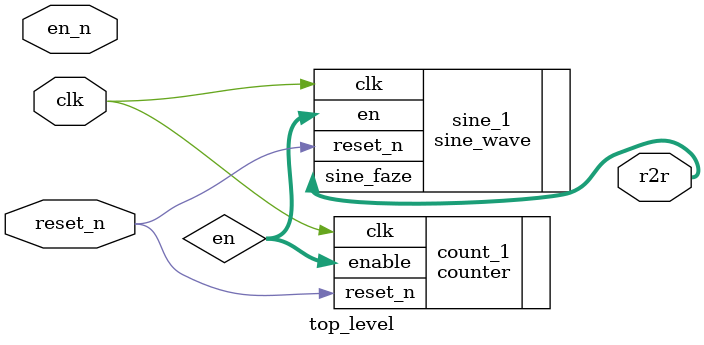
<source format=sv>
module top_level
 (input  logic        clk,
						reset_n,
							en_n,
  //input  logic [9:0] note,
  output logic [6:0] r2r);
  
  logic [8:0] count;
  logic [3:0] en;
  
  
  //logic [9:0] note;
  
  
   sine_wave sine_1(.reset_n(reset_n), .clk(clk), .en(en), .sine_faze(r2r));
  
	counter count_1(.clk(clk), .reset_n(reset_n), .enable(en));
	

	
	//song song_1(.clk(clk), .reset_n(reset_n), .milisec(milisec), .note(note));
 endmodule 
</source>
